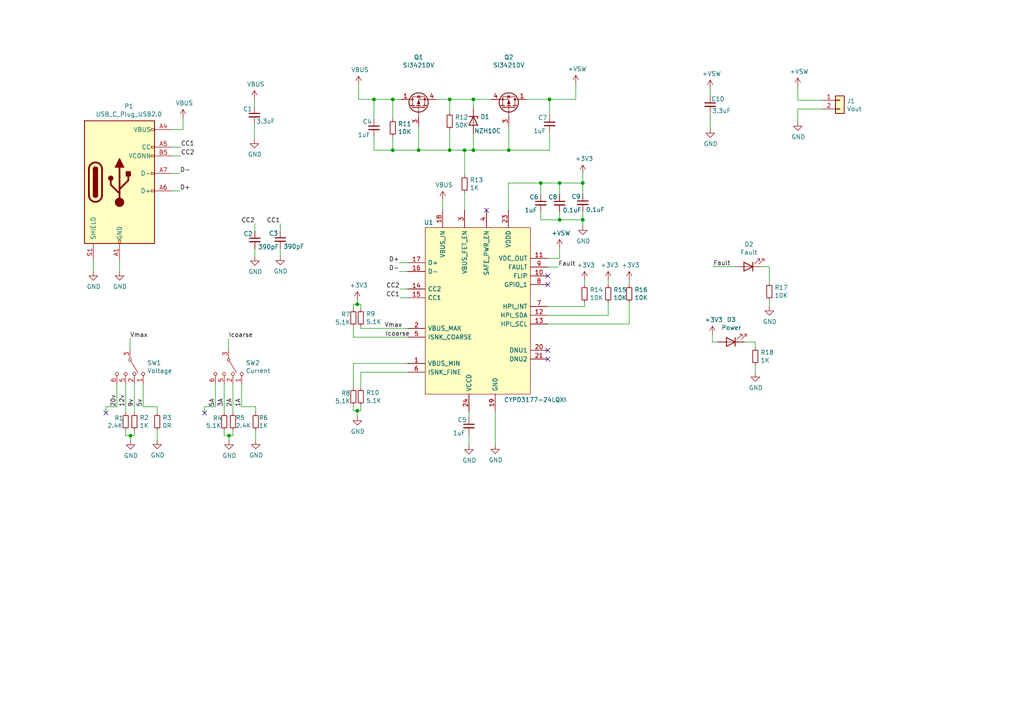
<source format=kicad_sch>
(kicad_sch (version 20230121) (generator eeschema)
  (paper "A4")
  (title_block (title "CatSink PD") (date "2020-10-24") (rev "v1.0") (company "Electronic Cats") (comment 1 "Eduardo Contreras"))
  (lib_symbols
    (symbol "CatSink-rescue:+3.3V-power" (power) (pin_names (offset 0))
      (property "Value" "+3.3V-power" (at 0 3.556 0))
      (symbol "+3.3V-power_0_1"
        (polyline (pts (xy -0.762 1.27) (xy 0 2.54)))
        (polyline (pts (xy 0 0) (xy 0 2.54)))
        (polyline (pts (xy 0 2.54) (xy 0.762 1.27)))
      )
      (symbol "+3.3V-power_1_1"
        (pin power_in line (at 0 0 90) (length 0) hide (name "+3V3") (number "1"))
      )
    )
    (symbol "CatSink-rescue:USB_C_Plug_USB2.0-Connector" (pin_names (offset 1.016))
      (property "Reference" "P" (at -10.16 19.05 0))
      (property "Value" "USB_C_Plug_USB2.0-Connector" (at 12.7 19.05 0))
      (symbol "USB_C_Plug_USB2.0-Connector_0_0"
        (rectangle (start -0.254 -17.78) (end 0.254 -16.764))
        (rectangle (start 10.16 -2.286) (end 9.144 -2.794))
        (rectangle (start 10.16 2.794) (end 9.144 2.286))
        (rectangle (start 10.16 7.874) (end 9.144 7.366))
        (rectangle (start 10.16 10.414) (end 9.144 9.906))
        (rectangle (start 10.16 15.494) (end 9.144 14.986))
      )
      (symbol "USB_C_Plug_USB2.0-Connector_0_1"
        (rectangle (start -10.16 17.78) (end 10.16 -17.78) (stroke (width 0.254)) (fill (type background)))
        (arc (start -8.89 -3.81) (mid -6.985 -5.7067) (end -5.08 -3.81) (stroke (width 0.508)))
        (arc (start -7.62 -3.81) (mid -6.985 -4.4423) (end -6.35 -3.81) (stroke (width 0.254)))
        (arc (start -7.62 -3.81) (mid -6.985 -4.4423) (end -6.35 -3.81) (stroke (width 0.254)) (fill (type outline)))
        (rectangle (start -7.62 -3.81) (end -6.35 3.81) (stroke (width 0.254)) (fill (type outline)))
        (arc (start -6.35 3.81) (mid -6.985 4.4423) (end -7.62 3.81) (stroke (width 0.254)))
        (arc (start -6.35 3.81) (mid -6.985 4.4423) (end -7.62 3.81) (stroke (width 0.254)) (fill (type outline)))
        (arc (start -5.08 3.81) (mid -6.985 5.7067) (end -8.89 3.81) (stroke (width 0.508)))
        (circle (center -2.54 1.143) (radius 0.635) (stroke (width 0.254)) (fill (type outline)))
        (circle (center 0 -5.842) (radius 1.27) (fill (type outline)))
        (polyline (pts (xy -8.89 -3.81) (xy -8.89 3.81)) (stroke (width 0.508)))
        (polyline (pts (xy -5.08 3.81) (xy -5.08 -3.81)) (stroke (width 0.508)))
        (polyline (pts (xy 0 -5.842) (xy 0 4.318)) (stroke (width 0.508)))
        (polyline (pts (xy 0 -3.302) (xy -2.54 -0.762) (xy -2.54 0.508)) (stroke (width 0.508)))
        (polyline (pts (xy 0 -2.032) (xy 2.54 0.508) (xy 2.54 1.778)) (stroke (width 0.508)))
        (polyline (pts (xy -1.27 4.318) (xy 0 6.858) (xy 1.27 4.318) (xy -1.27 4.318)) (stroke (width 0.254)) (fill (type outline)))
        (rectangle (start 1.905 1.778) (end 3.175 3.048) (stroke (width 0.254)) (fill (type outline)))
      )
      (symbol "USB_C_Plug_USB2.0-Connector_1_1"
        (pin power_in line (at 0 -22.86 90) (length 5.08) (name "GND") (number "A1"))
        (pin passive line (at 0 -22.86 90) (length 5.08) hide (name "GND") (number "A12"))
        (pin power_in line (at 15.24 15.24 180) (length 5.08) (name "VBUS") (number "A4"))
        (pin bidirectional line (at 15.24 10.16 180) (length 5.08) (name "CC") (number "A5"))
        (pin bidirectional line (at 15.24 -2.54 180) (length 5.08) (name "D+") (number "A6"))
        (pin bidirectional line (at 15.24 2.54 180) (length 5.08) (name "D-") (number "A7"))
        (pin passive line (at 15.24 15.24 180) (length 5.08) hide (name "VBUS") (number "A9"))
        (pin passive line (at 0 -22.86 90) (length 5.08) hide (name "GND") (number "B1"))
        (pin passive line (at 0 -22.86 90) (length 5.08) hide (name "GND") (number "B12"))
        (pin passive line (at 15.24 15.24 180) (length 5.08) hide (name "VBUS") (number "B4"))
        (pin bidirectional line (at 15.24 7.62 180) (length 5.08) (name "VCONN") (number "B5"))
        (pin passive line (at 15.24 15.24 180) (length 5.08) hide (name "VBUS") (number "B9"))
        (pin passive line (at -7.62 -22.86 90) (length 5.08) (name "SHIELD") (number "S1"))
      )
    )
    (symbol "Connector_Generic:Conn_01x02" (pin_names (offset 1.016) hide)
      (property "Reference" "J" (at 0 2.54 0))
      (property "Value" "Conn_01x02" (at 0 -5.08 0))
      (symbol "Conn_01x02_1_1"
        (rectangle (start -1.27 -2.413) (end 0 -2.667) (stroke (width 0.1524)))
        (rectangle (start -1.27 0.127) (end 0 -0.127) (stroke (width 0.1524)))
        (rectangle (start -1.27 1.27) (end 1.27 -3.81) (stroke (width 0.254)) (fill (type background)))
        (pin passive line (at -5.08 0 0) (length 3.81) (name "Pin_1") (number "1"))
        (pin passive line (at -5.08 -2.54 0) (length 3.81) (name "Pin_2") (number "2"))
      )
    )
    (symbol "Device:C_Small" (pin_numbers hide) (pin_names (offset 0.254) hide)
      (property "Reference" "C" (at 0.254 1.778 0))
      (property "Value" "C_Small" (at 0.254 -2.032 0))
      (symbol "C_Small_0_1"
        (polyline (pts (xy -1.524 -0.508) (xy 1.524 -0.508)) (stroke (width 0.3302)))
        (polyline (pts (xy -1.524 0.508) (xy 1.524 0.508)) (stroke (width 0.3048)))
      )
      (symbol "C_Small_1_1"
        (pin passive line (at 0 2.54 270) (length 2.032) (name "~") (number "1"))
        (pin passive line (at 0 -2.54 90) (length 2.032) (name "~") (number "2"))
      )
    )
    (symbol "Device:D_Zener" (pin_numbers hide) (pin_names (offset 1.016) hide)
      (property "Reference" "D" (at 0 2.54 0))
      (property "Value" "D_Zener" (at 0 -2.54 0))
      (symbol "D_Zener_0_1"
        (polyline (pts (xy 1.27 0) (xy -1.27 0)))
        (polyline (pts (xy -1.27 -1.27) (xy -1.27 1.27) (xy -0.762 1.27)) (stroke (width 0.254)))
        (polyline (pts (xy 1.27 -1.27) (xy 1.27 1.27) (xy -1.27 0) (xy 1.27 -1.27)) (stroke (width 0.254)))
      )
      (symbol "D_Zener_1_1"
        (pin passive line (at -3.81 0 0) (length 2.54) (name "K") (number "1"))
        (pin passive line (at 3.81 0 180) (length 2.54) (name "A") (number "2"))
      )
    )
    (symbol "Device:LED" (pin_numbers hide) (pin_names (offset 1.016) hide)
      (property "Reference" "D" (at 0 2.54 0))
      (property "Value" "LED" (at 0 -2.54 0))
      (symbol "LED_0_1"
        (polyline (pts (xy -1.27 -1.27) (xy -1.27 1.27)) (stroke (width 0.254)))
        (polyline (pts (xy -1.27 0) (xy 1.27 0)))
        (polyline (pts (xy 1.27 -1.27) (xy 1.27 1.27) (xy -1.27 0) (xy 1.27 -1.27)) (stroke (width 0.254)))
        (polyline (pts (xy -3.048 -0.762) (xy -4.572 -2.286) (xy -3.81 -2.286) (xy -4.572 -2.286) (xy -4.572 -1.524)))
        (polyline (pts (xy -1.778 -0.762) (xy -3.302 -2.286) (xy -2.54 -2.286) (xy -3.302 -2.286) (xy -3.302 -1.524)))
      )
      (symbol "LED_1_1"
        (pin passive line (at -3.81 0 0) (length 2.54) (name "K") (number "1"))
        (pin passive line (at 3.81 0 180) (length 2.54) (name "A") (number "2"))
      )
    )
    (symbol "Device:R_Small" (pin_numbers hide) (pin_names (offset 0.254) hide)
      (property "Reference" "R" (at 0.762 0.508 0))
      (property "Value" "R_Small" (at 0.762 -1.016 0))
      (symbol "R_Small_0_1"
        (rectangle (start -0.762 1.778) (end 0.762 -1.778) (stroke (width 0.2032)))
      )
      (symbol "R_Small_1_1"
        (pin passive line (at 0 2.54 270) (length 0.762) (name "~") (number "1"))
        (pin passive line (at 0 -2.54 90) (length 0.762) (name "~") (number "2"))
      )
    )
    (symbol "catSink:CYPD3177-24LQXI" (pin_names (offset 0.762))
      (property "Reference" "U" (at 36.83 17.78 0))
      (property "Value" "CYPD3177-24LQXI" (at 36.83 15.24 0))
      (symbol "CYPD3177-24LQXI_0_0"
        (pin passive line (at 0 -26.67 0) (length 5.08) (name "VBUS_MIN") (number "1"))
        (pin passive line (at 40.64 -1.27 180) (length 5.08) (name "FLIP") (number "10"))
        (pin passive line (at 40.64 3.81 180) (length 5.08) (name "VDC_OUT") (number "11"))
        (pin passive line (at 40.64 -12.7 180) (length 5.08) (name "HPI_SDA") (number "12"))
        (pin passive line (at 40.64 -15.24 180) (length 5.08) (name "HPI_SCL") (number "13"))
        (pin passive line (at 0 -5.08 0) (length 5.08) (name "CC2") (number "14"))
        (pin passive line (at 0 -7.62 0) (length 5.08) (name "CC1") (number "15"))
        (pin passive line (at 0 0 0) (length 5.08) (name "D-") (number "16"))
        (pin passive line (at 0 2.54 0) (length 5.08) (name "D+") (number "17"))
        (pin passive line (at 10.16 17.78 270) (length 5.08) (name "VBUS_IN") (number "18"))
        (pin passive line (at 25.4 -40.64 90) (length 5.08) (name "GND") (number "19"))
        (pin passive line (at 0 -16.51 0) (length 5.08) (name "VBUS_MAX") (number "2"))
        (pin passive line (at 40.64 -22.86 180) (length 5.08) (name "DNU1") (number "20"))
        (pin passive line (at 40.64 -25.4 180) (length 5.08) (name "DNU2") (number "21"))
        (pin passive line (at 25.4 -40.64 90) (length 5.08) hide (name "GND_2") (number "22"))
        (pin passive line (at 29.21 17.78 270) (length 5.08) (name "VDDD") (number "23"))
        (pin passive line (at 17.78 -40.64 90) (length 5.08) (name "VCCD") (number "24"))
        (pin passive line (at 25.4 -40.64 90) (length 5.08) hide (name "EP") (number "25"))
        (pin passive line (at 16.51 17.78 270) (length 5.08) (name "VBUS_FET_EN") (number "3"))
        (pin passive line (at 22.86 17.78 270) (length 5.08) (name "SAFE_PWR_EN") (number "4"))
        (pin passive line (at 0 -19.05 0) (length 5.08) (name "ISNK_COARSE") (number "5"))
        (pin passive line (at 0 -29.21 0) (length 5.08) (name "ISNK_FINE") (number "6"))
        (pin passive line (at 40.64 -10.16 180) (length 5.08) (name "HPI_INT") (number "7"))
        (pin passive line (at 40.64 -3.81 180) (length 5.08) (name "GPIO_1") (number "8"))
        (pin passive line (at 40.64 1.27 180) (length 5.08) (name "FAULT") (number "9"))
      )
      (symbol "CYPD3177-24LQXI_0_1"
        (rectangle (start 5.08 12.7) (end 35.56 -35.56) (stroke (width 0.1524)) (fill (type background)))
      )
    )
    (symbol "catSink:SI3421DV" (pin_names (offset 0) hide)
      (property "Reference" "Q" (at 2.54 7.62 0))
      (property "Value" "SI3421DV" (at 1.27 2.54 0))
      (symbol "SI3421DV_0_1"
        (circle (center -1.778 0) (radius 0.254) (fill (type outline)))
        (circle (center 0 -0.889) (radius 2.794) (stroke (width 0.254)))
        (polyline (pts (xy -2.54 0) (xy -1.778 0)))
        (polyline (pts (xy -2.286 -1.778) (xy -1.27 -1.778)) (stroke (width 0.254)))
        (polyline (pts (xy -1.905 -2.286) (xy 1.905 -2.286)) (stroke (width 0.254)))
        (polyline (pts (xy -0.508 -1.778) (xy 0.508 -1.778)) (stroke (width 0.254)))
        (polyline (pts (xy 0 -2.286) (xy 0 -5.08)))
        (polyline (pts (xy 1.27 -1.778) (xy 2.286 -1.778)) (stroke (width 0.254)))
        (polyline (pts (xy 2.54 0) (xy 0 0) (xy 0 -1.778)))
        (polyline (pts (xy -1.778 -1.778) (xy -1.778 0.762) (xy 1.778 0.762) (xy 1.778 -1.778)))
        (polyline (pts (xy 0 -0.254) (xy -0.381 -1.27) (xy 0.381 -1.27) (xy 0 -0.254)) (fill (type outline)))
        (polyline (pts (xy 0.381 0.762) (xy -0.254 0.381) (xy -0.254 1.143) (xy 0.381 0.762)))
        (polyline (pts (xy 0.508 0.254) (xy 0.381 0.381) (xy 0.381 1.143) (xy 0.254 1.27)))
        (circle (center 1.778 0) (radius 0.254) (fill (type outline)))
      )
      (symbol "SI3421DV_1_1"
        (pin passive line (at -5.08 0 0) (length 2.54) (name "D") (number "1"))
        (pin passive line (at -5.08 0 0) (length 2.54) hide (name "D1") (number "2"))
        (pin input line (at 0 -7.62 90) (length 2.54) (name "G") (number "3"))
        (pin passive line (at 5.08 0 180) (length 2.54) (name "S") (number "4"))
        (pin passive line (at -5.08 0 0) (length 2.54) hide (name "D2") (number "5"))
        (pin passive line (at -5.08 0 0) (length 2.54) hide (name "D3") (number "6"))
      )
    )
    (symbol "catSink:SW_SP4T" (pin_names (offset 0) hide)
      (property "Reference" "SW" (at 0 5.08 0))
      (property "Value" "SW_SP4T" (at -8.89 -5.08 0))
      (symbol "SW_SP4T_0_0"
        (pin passive line (at -5.08 0 0) (length 2.54) hide (name "4") (number "4"))
        (pin passive line (at 5.08 -3.81 180) (length 2.54) (name "6") (number "6"))
      )
      (symbol "SW_SP4T_0_1"
        (circle (center -2.032 0) (radius 0.381) (stroke (width 0.1524)))
        (polyline (pts (xy -1.651 0.254) (xy 1.651 2.286)))
        (circle (center 2.032 -3.81) (radius 0.4572))
        (circle (center 2.032 -1.27) (radius 0.4572))
        (circle (center 2.032 1.27) (radius 0.4572))
        (circle (center 2.032 3.81) (radius 0.4572))
      )
      (symbol "SW_SP4T_1_1"
        (pin passive line (at 5.08 3.81 180) (length 2.54) (name "1") (number "1"))
        (pin passive line (at 5.08 1.27 180) (length 2.54) (name "2") (number "2"))
        (pin passive line (at -5.08 0 0) (length 2.54) (name "3") (number "3"))
        (pin passive line (at 5.08 -1.27 180) (length 2.54) (name "5") (number "5"))
      )
    )
    (symbol "power:+VSW" (power) (pin_names (offset 0))
      (property "Value" "+VSW" (at 0 3.556 0))
      (symbol "+VSW_0_1"
        (polyline (pts (xy -0.762 1.27) (xy 0 2.54)))
        (polyline (pts (xy 0 0) (xy 0 2.54)))
        (polyline (pts (xy 0 2.54) (xy 0.762 1.27)))
      )
      (symbol "+VSW_1_1"
        (pin power_in line (at 0 0 90) (length 0) hide (name "+VSW") (number "1"))
      )
    )
    (symbol "power:GND" (power) (pin_names (offset 0))
      (property "Value" "GND" (at 0 -3.81 0))
      (symbol "GND_0_1"
        (polyline (pts (xy 0 0) (xy 0 -1.27) (xy 1.27 -1.27) (xy 0 -2.54) (xy -1.27 -1.27) (xy 0 -1.27)))
      )
      (symbol "GND_1_1"
        (pin power_in line (at 0 0 270) (length 0) hide (name "GND") (number "1"))
      )
    )
    (symbol "power:VBUS" (power) (pin_names (offset 0))
      (property "Value" "VBUS" (at 0 3.81 0))
      (symbol "VBUS_0_1"
        (polyline (pts (xy -0.762 1.27) (xy 0 2.54)))
        (polyline (pts (xy 0 0) (xy 0 2.54)))
        (polyline (pts (xy 0 2.54) (xy 0.762 1.27)))
      )
      (symbol "VBUS_1_1"
        (pin power_in line (at 0 0 90) (length 0) hide (name "VBUS") (number "1"))
      )
    )
  )
  (junction (at 37.846 126.365))
  (junction (at 113.919 43.561))
  (junction (at 108.458 28.829))
  (junction (at 162.306 53.086))
  (junction (at 66.421 126.365))
  (junction (at 130.429 28.829))
  (junction (at 147.574 43.561))
  (junction (at 113.919 28.829))
  (junction (at 134.747 43.561))
  (junction (at 137.287 28.829))
  (junction (at 169.037 53.086))
  (junction (at 121.412 43.561))
  (junction (at 162.306 63.754))
  (junction (at 169.037 63.754))
  (junction (at 159.385 28.829))
  (junction (at 103.632 88.265))
  (junction (at 137.287 43.561))
  (junction (at 103.632 119.126))
  (junction (at 130.429 43.561))
  (junction (at 156.845 53.086))
  (no_connect (at 158.877 82.55))
  (no_connect (at 158.877 80.01))
  (no_connect (at 141.097 60.96))
  (no_connect (at 158.877 104.14))
  (no_connect (at 59.309 119.761))
  (no_connect (at 30.734 119.761))
  (no_connect (at 158.877 101.6))
  (wire (pts (xy 53.086 37.592) (xy 49.911 37.592)))
  (wire (pts (xy 103.632 87.122) (xy 103.632 88.265)))
  (wire (pts (xy 37.846 126.365) (xy 36.449 126.365)))
  (wire (pts (xy 169.037 65.532) (xy 169.037 63.754)))
  (wire (pts (xy 108.458 28.829) (xy 113.919 28.829)))
  (wire (pts (xy 102.489 119.126) (xy 103.632 119.126)))
  (wire (pts (xy 108.458 43.561) (xy 113.919 43.561)))
  (wire (pts (xy 156.845 56.388) (xy 156.845 53.086)))
  (wire (pts (xy 45.593 127.635) (xy 45.593 124.841)))
  (wire (pts (xy 59.309 117.983) (xy 62.484 117.983)))
  (wire (pts (xy 182.499 81.28) (xy 182.499 82.677)))
  (wire (pts (xy 158.877 88.9) (xy 169.545 88.9)))
  (wire (pts (xy 52.451 42.672) (xy 49.911 42.672)))
  (wire (pts (xy 104.648 88.265) (xy 103.632 88.265)))
  (wire (pts (xy 137.287 43.561) (xy 147.574 43.561)))
  (wire (pts (xy 126.492 28.829) (xy 130.429 28.829)))
  (wire (pts (xy 53.086 34.29) (xy 53.086 37.592)))
  (wire (pts (xy 161.925 77.47) (xy 158.877 77.47)))
  (wire (pts (xy 223.139 82.042) (xy 223.139 77.343)))
  (wire (pts (xy 121.412 36.449) (xy 121.412 43.561)))
  (wire (pts (xy 169.545 88.9) (xy 169.545 87.757)))
  (wire (pts (xy 108.458 34.544) (xy 108.458 28.829)))
  (wire (pts (xy 113.919 34.544) (xy 113.919 28.829)))
  (wire (pts (xy 73.914 64.897) (xy 73.914 67.056)))
  (wire (pts (xy 176.403 91.44) (xy 176.403 87.757)))
  (wire (pts (xy 159.385 38.481) (xy 159.385 43.561)))
  (wire (pts (xy 162.306 63.754) (xy 169.037 63.754)))
  (wire (pts (xy 103.632 120.777) (xy 103.632 119.126)))
  (wire (pts (xy 113.919 28.829) (xy 116.332 28.829)))
  (wire (pts (xy 130.429 43.561) (xy 134.747 43.561)))
  (wire (pts (xy 143.637 119.38) (xy 143.637 129.032)))
  (wire (pts (xy 130.429 32.639) (xy 130.429 28.829)))
  (wire (pts (xy 73.914 74.422) (xy 73.914 72.136)))
  (wire (pts (xy 219.075 99.187) (xy 219.075 100.838)))
  (wire (pts (xy 159.385 43.561) (xy 147.574 43.561)))
  (wire (pts (xy 147.447 53.086) (xy 156.845 53.086)))
  (wire (pts (xy 137.287 31.242) (xy 137.287 28.829)))
  (wire (pts (xy 167.005 24.384) (xy 167.005 28.829)))
  (wire (pts (xy 219.075 105.918) (xy 219.075 108.077)))
  (wire (pts (xy 37.846 127.762) (xy 37.846 126.365)))
  (wire (pts (xy 104.648 119.126) (xy 104.648 117.602)))
  (wire (pts (xy 128.397 58.039) (xy 128.397 60.96)))
  (wire (pts (xy 162.306 74.93) (xy 162.306 72.009)))
  (wire (pts (xy 62.484 117.983) (xy 62.484 111.506)))
  (wire (pts (xy 108.458 39.624) (xy 108.458 43.561)))
  (wire (pts (xy 152.654 28.829) (xy 159.385 28.829)))
  (wire (pts (xy 169.037 63.754) (xy 169.037 61.341)))
  (wire (pts (xy 215.773 99.187) (xy 219.075 99.187)))
  (wire (pts (xy 206.629 99.187) (xy 206.629 97.155)))
  (wire (pts (xy 65.024 126.365) (xy 65.024 124.841)))
  (wire (pts (xy 159.385 33.401) (xy 159.385 28.829)))
  (wire (pts (xy 38.989 126.365) (xy 38.989 124.841)))
  (wire (pts (xy 102.489 117.602) (xy 102.489 119.126)))
  (wire (pts (xy 67.564 119.761) (xy 67.564 111.506)))
  (wire (pts (xy 162.306 56.388) (xy 162.306 53.086)))
  (wire (pts (xy 118.237 86.36) (xy 115.951 86.36)))
  (wire (pts (xy 115.824 78.74) (xy 118.237 78.74)))
  (wire (pts (xy 182.499 93.98) (xy 158.877 93.98)))
  (wire (pts (xy 38.989 119.761) (xy 38.989 111.506)))
  (wire (pts (xy 130.429 37.719) (xy 130.429 43.561)))
  (wire (pts (xy 66.421 126.365) (xy 67.564 126.365)))
  (wire (pts (xy 156.845 63.754) (xy 162.306 63.754)))
  (wire (pts (xy 27.051 78.74) (xy 27.051 75.692)))
  (wire (pts (xy 102.489 88.265) (xy 102.489 89.662)))
  (wire (pts (xy 115.951 83.82) (xy 118.237 83.82)))
  (wire (pts (xy 118.237 95.25) (xy 104.648 95.25)))
  (wire (pts (xy 70.104 111.506) (xy 70.104 117.983)))
  (wire (pts (xy 104.013 28.829) (xy 104.013 24.638)))
  (wire (pts (xy 231.394 29.083) (xy 231.394 25.146)))
  (wire (pts (xy 113.919 39.624) (xy 113.919 43.561)))
  (wire (pts (xy 118.237 76.2) (xy 115.824 76.2)))
  (wire (pts (xy 182.499 87.757) (xy 182.499 93.98)))
  (wire (pts (xy 59.309 119.761) (xy 59.309 117.983)))
  (wire (pts (xy 37.719 98.171) (xy 37.719 101.346)))
  (wire (pts (xy 205.994 25.781) (xy 205.994 27.813)))
  (wire (pts (xy 147.574 43.561) (xy 147.574 36.449)))
  (wire (pts (xy 169.037 50.419) (xy 169.037 53.086)))
  (wire (pts (xy 81.28 74.295) (xy 81.28 72.009)))
  (wire (pts (xy 223.139 77.343) (xy 220.853 77.343)))
  (wire (pts (xy 104.648 89.662) (xy 104.648 88.265)))
  (wire (pts (xy 205.994 32.893) (xy 205.994 37.338)))
  (wire (pts (xy 118.237 97.79) (xy 102.489 97.79)))
  (wire (pts (xy 104.648 95.25) (xy 104.648 94.742)))
  (wire (pts (xy 206.883 77.343) (xy 213.233 77.343)))
  (wire (pts (xy 45.593 117.983) (xy 41.529 117.983)))
  (wire (pts (xy 104.648 112.522) (xy 104.648 107.95)))
  (wire (pts (xy 136.017 121.031) (xy 136.017 119.38)))
  (wire (pts (xy 156.845 61.468) (xy 156.845 63.754)))
  (wire (pts (xy 73.787 28.829) (xy 73.787 30.861)))
  (wire (pts (xy 169.037 53.086) (xy 169.037 56.261)))
  (wire (pts (xy 66.421 126.365) (xy 65.024 126.365)))
  (wire (pts (xy 118.237 105.41) (xy 102.489 105.41)))
  (wire (pts (xy 231.394 31.623) (xy 238.506 31.623)))
  (wire (pts (xy 41.529 111.506) (xy 41.529 117.983)))
  (wire (pts (xy 238.506 29.083) (xy 231.394 29.083)))
  (wire (pts (xy 30.734 117.983) (xy 33.909 117.983)))
  (wire (pts (xy 137.287 28.829) (xy 142.494 28.829)))
  (wire (pts (xy 208.153 99.187) (xy 206.629 99.187)))
  (wire (pts (xy 162.306 53.086) (xy 169.037 53.086)))
  (wire (pts (xy 36.449 119.761) (xy 36.449 111.506)))
  (wire (pts (xy 137.287 38.862) (xy 137.287 43.561)))
  (wire (pts (xy 156.845 53.086) (xy 162.306 53.086)))
  (wire (pts (xy 104.013 28.829) (xy 108.458 28.829)))
  (wire (pts (xy 158.877 91.44) (xy 176.403 91.44)))
  (wire (pts (xy 104.648 107.95) (xy 118.237 107.95)))
  (wire (pts (xy 169.545 81.28) (xy 169.545 82.677)))
  (wire (pts (xy 134.747 43.561) (xy 137.287 43.561)))
  (wire (pts (xy 121.412 43.561) (xy 130.429 43.561)))
  (wire (pts (xy 45.593 119.761) (xy 45.593 117.983)))
  (wire (pts (xy 158.877 74.93) (xy 162.306 74.93)))
  (wire (pts (xy 134.747 43.561) (xy 134.747 50.8)))
  (wire (pts (xy 33.909 117.983) (xy 33.909 111.506)))
  (wire (pts (xy 231.394 35.306) (xy 231.394 31.623)))
  (wire (pts (xy 37.846 126.365) (xy 38.989 126.365)))
  (wire (pts (xy 67.564 126.365) (xy 67.564 124.841)))
  (wire (pts (xy 81.28 64.897) (xy 81.28 66.929)))
  (wire (pts (xy 52.197 55.372) (xy 49.911 55.372)))
  (wire (pts (xy 130.429 28.829) (xy 137.287 28.829)))
  (wire (pts (xy 102.489 97.79) (xy 102.489 94.742)))
  (wire (pts (xy 223.139 87.122) (xy 223.139 88.9)))
  (wire (pts (xy 159.385 28.829) (xy 167.005 28.829)))
  (wire (pts (xy 66.421 127.762) (xy 66.421 126.365)))
  (wire (pts (xy 74.168 127.635) (xy 74.168 124.841)))
  (wire (pts (xy 52.197 50.292) (xy 49.911 50.292)))
  (wire (pts (xy 73.787 35.941) (xy 73.787 40.386)))
  (wire (pts (xy 103.632 119.126) (xy 104.648 119.126)))
  (wire (pts (xy 134.747 55.88) (xy 134.747 60.96)))
  (wire (pts (xy 34.671 78.74) (xy 34.671 75.692)))
  (wire (pts (xy 147.447 60.96) (xy 147.447 53.086)))
  (wire (pts (xy 66.294 101.346) (xy 66.294 98.171)))
  (wire (pts (xy 36.449 126.365) (xy 36.449 124.841)))
  (wire (pts (xy 136.017 129.159) (xy 136.017 126.111)))
  (wire (pts (xy 113.919 43.561) (xy 121.412 43.561)))
  (wire (pts (xy 162.306 61.468) (xy 162.306 63.754)))
  (wire (pts (xy 30.734 119.761) (xy 30.734 117.983)))
  (wire (pts (xy 65.024 119.761) (xy 65.024 111.506)))
  (wire (pts (xy 103.632 88.265) (xy 102.489 88.265)))
  (wire (pts (xy 102.489 105.41) (xy 102.489 112.522)))
  (wire (pts (xy 176.403 81.28) (xy 176.403 82.677)))
  (wire (pts (xy 74.168 117.983) (xy 70.104 117.983)))
  (wire (pts (xy 74.168 119.761) (xy 74.168 117.983)))
  (wire (pts (xy 49.911 45.212) (xy 52.451 45.212)))
  (label "CC1" (at 52.451 42.672 0))
  (label "D+" (at 52.197 55.372 0))
  (label "2A" (at 67.564 117.983 90))
  (label "Vmax" (at 37.719 98.171 0))
  (label "12v" (at 36.449 117.983 90))
  (label "D-" (at 115.824 78.74 180))
  (label "D-" (at 52.197 50.292 0))
  (label "CC2" (at 52.451 45.212 0))
  (label "9v" (at 38.989 117.983 90))
  (label "CC2" (at 73.914 64.897 180))
  (label "Vmax" (at 111.506 95.25 0))
  (label "CC1" (at 115.951 86.36 180))
  (label "5v" (at 41.529 117.983 90))
  (label "Icoarse" (at 66.294 98.171 0))
  (label "CC2" (at 115.951 83.82 180))
  (label "Fault" (at 161.925 77.47 0))
  (label "CC1" (at 81.28 64.897 180))
  (label "Fault" (at 206.883 77.343 0))
  (label "5A" (at 62.484 117.983 90))
  (label "1A" (at 70.104 117.983 90))
  (label "Icoarse" (at 111.76 97.79 0))
  (label "20v" (at 33.909 117.983 90))
  (label "3A" (at 65.024 117.983 90))
  (label "D+" (at 115.824 76.2 180))
  (symbol (lib_id "catSink:CYPD3177-24LQXI") (at 118.237 78.74 0) (unit 1)
    (property "Reference" "U1" (at 122.936 64.516 0) (effects (justify left)))
    (property "Value" "CYPD3177-24LQXI" (at 146.177 115.951 0) (effects (justify left)))
    (property "Footprint" "Package_DFN_QFN:QFN-24-1EP_4x4mm_P0.5mm_EP2.7x2.7mm" (effects hide))
    (property "Datasheet" "https://www.cypress.com/file/460416/download" (effects hide))
    (property "manf#" "CYPD3177-24LQXQ" (effects hide))
  )
  (symbol (lib_id "catSink:SI3421DV") (at 121.412 28.829 0) (unit 1)
    (property "Reference" "Q1" (at 121.412 16.6116 0))
    (property "Value" "SI3421DV" (at 121.412 18.923 0))
    (property "Footprint" "Package_TO_SOT_SMD:SOT-23-6" (effects hide))
    (property "Datasheet" "https://www.mouser.mx/datasheet/2/427/si3421dv-1764435.pdf" (effects hide))
    (property "manf#" "SI3421DV-T1-GE3" (effects hide))
    (property "lcsc" "C144884" (effects hide))
  )
  (symbol (lib_id "catSink:SI3421DV") (at 147.574 28.829 0) (mirror y) (unit 1)
    (property "Reference" "Q2" (at 147.574 16.6116 0))
    (property "Value" "SI3421DV" (at 147.574 18.923 0))
    (property "Footprint" "Package_TO_SOT_SMD:SOT-23-6" (effects hide))
    (property "Datasheet" "https://www.mouser.mx/datasheet/2/427/si3421dv-1764435.pdf" (effects hide))
    (property "manf#" "SI3421DV-T1-GE3" (effects hide))
    (property "lcsc" "C144884" (effects hide))
  )
  (symbol (lib_id "CatSink-rescue:USB_C_Plug_USB2.0-Connector") (at 34.671 52.832 0) (unit 1)
    (property "Reference" "P1" (at 37.3888 30.8102 0))
    (property "Value" "USB_C_Plug_USB2.0" (at 37.3888 33.1216 0))
    (property "Footprint" "Connectors:C393939" (effects hide))
    (property "Datasheet" "https://www.usb.org/sites/default/files/documents/usb_type-c.zip" (effects hide))
    (property "lcsc" "C393939" (effects hide))
  )
  (symbol (lib_id "power:GND") (at 34.671 78.74 0) (unit 1)
    (property "Reference" "#PWR02" (effects hide))
    (property "Value" "GND" (at 34.798 83.1342 0))
  )
  (symbol (lib_id "power:GND") (at 27.051 78.74 0) (unit 1)
    (property "Reference" "#PWR01" (effects hide))
    (property "Value" "GND" (at 27.178 83.1342 0))
  )
  (symbol (lib_id "power:GND") (at 143.637 129.032 0) (unit 1)
    (property "Reference" "#PWR017" (effects hide))
    (property "Value" "GND" (at 143.764 133.4262 0))
  )
  (symbol (lib_id "Device:C_Small") (at 136.017 123.571 0) (unit 1)
    (property "Reference" "C5" (at 132.715 121.793 0) (effects (justify left)))
    (property "Value" "1uF" (at 131.318 125.603 0) (effects (justify left)))
    (property "Footprint" "Capacitor_SMD:C_0603_1608Metric" (effects hide))
    (property "lcsc" "C26413" (effects hide))
  )
  (symbol (lib_id "power:GND") (at 136.017 129.159 0) (unit 1)
    (property "Reference" "#PWR016" (effects hide))
    (property "Value" "GND" (at 136.144 133.5532 0))
  )
  (symbol (lib_id "Device:C_Small") (at 156.845 58.928 0) (unit 1)
    (property "Reference" "C6" (at 153.543 57.15 0) (effects (justify left)))
    (property "Value" "1uF" (at 152.146 60.96 0) (effects (justify left)))
    (property "Footprint" "Capacitor_SMD:C_0603_1608Metric" (effects hide))
    (property "lcsc" "C26413" (effects hide))
  )
  (symbol (lib_id "Device:C_Small") (at 162.306 58.928 0) (unit 1)
    (property "Reference" "C8" (at 159.004 57.15 0) (effects (justify left)))
    (property "Value" "0.1uF" (at 163.195 60.96 0) (effects (justify left)))
    (property "Footprint" "Capacitor_SMD:C_0603_1608Metric" (effects hide))
    (property "lcsc" "C235731" (effects hide))
  )
  (symbol (lib_id "Device:C_Small") (at 169.037 58.801 0) (unit 1)
    (property "Reference" "C9" (at 165.735 57.023 0) (effects (justify left)))
    (property "Value" "0.1uF" (at 169.926 60.833 0) (effects (justify left)))
    (property "Footprint" "Capacitor_SMD:C_0603_1608Metric" (effects hide))
    (property "lcsc" "C235731" (effects hide))
  )
  (symbol (lib_id "Device:R_Small") (at 134.747 53.34 0) (unit 1)
    (property "Reference" "R13" (at 136.2456 52.1716 0) (effects (justify left)))
    (property "Value" "1K" (at 136.2456 54.483 0) (effects (justify left)))
    (property "Footprint" "Resistor_SMD:R_0603_1608Metric" (effects hide))
    (property "lcsc" "C517454" (effects hide))
  )
  (symbol (lib_id "power:VBUS") (at 53.086 34.29 0) (unit 1)
    (property "Reference" "#PWR05" (effects hide))
    (property "Value" "VBUS" (at 53.467 29.8958 0))
  )
  (symbol (lib_id "power:VBUS") (at 104.013 24.638 0) (unit 1)
    (property "Reference" "#PWR014" (effects hide))
    (property "Value" "VBUS" (at 104.394 20.2438 0))
  )
  (symbol (lib_id "Device:C_Small") (at 81.28 69.469 0) (unit 1)
    (property "Reference" "C3" (at 77.978 67.691 0) (effects (justify left)))
    (property "Value" "390pF" (at 82.169 71.501 0) (effects (justify left)))
    (property "Footprint" "Capacitor_SMD:C_0603_1608Metric" (effects hide))
    (property "lcsc" "C376830" (effects hide))
  )
  (symbol (lib_id "Device:C_Small") (at 73.914 69.596 0) (unit 1)
    (property "Reference" "C2" (at 70.612 67.818 0) (effects (justify left)))
    (property "Value" "390pF" (at 74.803 71.628 0) (effects (justify left)))
    (property "Footprint" "Capacitor_SMD:C_0603_1608Metric" (effects hide))
    (property "lcsc" "C376830" (effects hide))
  )
  (symbol (lib_id "power:GND") (at 81.28 74.295 0) (unit 1)
    (property "Reference" "#PWR011" (effects hide))
    (property "Value" "GND" (at 81.407 78.6892 0))
  )
  (symbol (lib_id "power:GND") (at 73.914 74.422 0) (unit 1)
    (property "Reference" "#PWR09" (effects hide))
    (property "Value" "GND" (at 74.041 78.8162 0))
  )
  (symbol (lib_id "Device:R_Small") (at 219.075 103.378 0) (unit 1)
    (property "Reference" "R18" (at 220.5736 102.2096 0) (effects (justify left)))
    (property "Value" "1K" (at 220.5736 104.521 0) (effects (justify left)))
    (property "Footprint" "Resistor_SMD:R_0603_1608Metric" (effects hide))
    (property "lcsc" "C517454" (effects hide))
  )
  (symbol (lib_id "Device:LED") (at 211.963 99.187 180) (unit 1)
    (property "Reference" "D3" (at 212.1408 92.71 0))
    (property "Value" "Power" (at 212.1408 95.0214 0))
    (property "Footprint" "LED_SMD:LED_0603_1608Metric" (effects hide))
    (property "lcsc" "C118330" (effects hide))
  )
  (symbol (lib_id "Device:D_Zener") (at 137.287 35.052 270) (unit 1)
    (property "Reference" "D1" (at 139.2936 33.8836 90) (effects (justify left)))
    (property "Value" "NZH10C" (at 137.541 37.973 90) (effects (justify left)))
    (property "Footprint" "Diode_SMD:D_SOD-123F" (effects hide))
    (property "manf#" "NZH10C,115" (effects hide))
  )
  (symbol (lib_id "Device:R_Small") (at 130.429 35.179 0) (unit 1)
    (property "Reference" "R12" (at 131.9276 34.0106 0) (effects (justify left)))
    (property "Value" "50K" (at 131.9276 36.322 0) (effects (justify left)))
    (property "Footprint" "Resistor_SMD:R_0603_1608Metric" (effects hide))
    (property "lcsc" "C304067" (effects hide))
  )
  (symbol (lib_id "power:GND") (at 219.075 108.077 0) (unit 1)
    (property "Reference" "#PWR0101" (effects hide))
    (property "Value" "GND" (at 219.202 112.4712 0))
  )
  (symbol (lib_id "CatSink-rescue:+3.3V-power") (at 169.037 50.419 0) (unit 1)
    (property "Reference" "#PWR020" (effects hide))
    (property "Value" "+3.3V" (at 169.418 46.0248 0))
  )
  (symbol (lib_id "power:GND") (at 169.037 65.532 0) (unit 1)
    (property "Reference" "#PWR021" (effects hide))
    (property "Value" "GND" (at 169.164 69.9262 0))
  )
  (symbol (lib_id "power:+VSW") (at 162.306 72.009 0) (unit 1)
    (property "Reference" "#PWR018" (effects hide))
    (property "Value" "+VSW" (at 162.687 67.6148 0))
  )
  (symbol (lib_id "power:+VSW") (at 167.005 24.384 0) (unit 1)
    (property "Reference" "#PWR019" (effects hide))
    (property "Value" "+VSW" (at 167.386 19.9898 0))
  )
  (symbol (lib_id "CatSink-rescue:+3.3V-power") (at 206.629 97.155 0) (unit 1)
    (property "Reference" "#PWR0102" (effects hide))
    (property "Value" "+3.3V" (at 207.01 92.7608 0))
  )
  (symbol (lib_id "Device:R_Small") (at 113.919 37.084 0) (unit 1)
    (property "Reference" "R11" (at 115.4176 35.9156 0) (effects (justify left)))
    (property "Value" "10K" (at 115.4176 38.227 0) (effects (justify left)))
    (property "Footprint" "Resistor_SMD:R_0603_1608Metric" (effects hide))
    (property "lcsc" "C217281" (effects hide))
  )
  (symbol (lib_id "Device:C_Small") (at 108.458 37.084 0) (unit 1)
    (property "Reference" "C4" (at 105.156 35.306 0) (effects (justify left)))
    (property "Value" "1uF" (at 103.759 39.116 0) (effects (justify left)))
    (property "Footprint" "Capacitor_SMD:C_0603_1608Metric" (effects hide))
    (property "lcsc" "C26413" (effects hide))
  )
  (symbol (lib_id "Device:C_Small") (at 159.385 35.941 0) (unit 1)
    (property "Reference" "C7" (at 156.083 34.163 0) (effects (justify left)))
    (property "Value" "1uF" (at 154.686 37.973 0) (effects (justify left)))
    (property "Footprint" "Capacitor_SMD:C_0603_1608Metric" (effects hide))
    (property "lcsc" "C26413" (effects hide))
  )
  (symbol (lib_id "Connector_Generic:Conn_01x02") (at 243.586 29.083 0) (unit 1)
    (property "Reference" "J1" (at 245.618 29.2862 0) (effects (justify left)))
    (property "Value" "Vout" (at 245.618 31.5976 0) (effects (justify left)))
    (property "Footprint" "TerminalBlock:TerminalBlock_bornier-2_P5.08mm" (effects hide))
  )
  (symbol (lib_id "power:+VSW") (at 231.394 25.146 0) (unit 1)
    (property "Reference" "#PWR028" (effects hide))
    (property "Value" "+VSW" (at 231.775 20.7518 0))
  )
  (symbol (lib_id "power:GND") (at 231.394 35.306 0) (unit 1)
    (property "Reference" "#PWR029" (effects hide))
    (property "Value" "GND" (at 231.521 39.7002 0))
  )
  (symbol (lib_id "Device:R_Small") (at 104.648 92.202 0) (unit 1)
    (property "Reference" "R9" (at 106.1466 91.0336 0) (effects (justify left)))
    (property "Value" "5.1K" (at 106.1466 93.345 0) (effects (justify left)))
    (property "Footprint" "Resistor_SMD:R_0603_1608Metric" (effects hide))
    (property "lcsc" "C131715" (effects hide))
  )
  (symbol (lib_id "Device:R_Small") (at 102.489 92.202 0) (unit 1)
    (property "Reference" "R7" (at 98.933 91.186 0) (effects (justify left)))
    (property "Value" "5.1K" (at 97.155 93.472 0) (effects (justify left)))
    (property "Footprint" "Resistor_SMD:R_0603_1608Metric" (effects hide))
    (property "lcsc" "C131715" (effects hide))
  )
  (symbol (lib_id "Device:R_Small") (at 104.648 115.062 0) (unit 1)
    (property "Reference" "R10" (at 106.1466 113.8936 0) (effects (justify left)))
    (property "Value" "5.1K" (at 106.1466 116.205 0) (effects (justify left)))
    (property "Footprint" "Resistor_SMD:R_0603_1608Metric" (effects hide))
    (property "lcsc" "C131715" (effects hide))
  )
  (symbol (lib_id "Device:R_Small") (at 102.489 115.062 0) (unit 1)
    (property "Reference" "R8" (at 98.933 114.046 0) (effects (justify left)))
    (property "Value" "5.1K" (at 97.155 116.332 0) (effects (justify left)))
    (property "Footprint" "Resistor_SMD:R_0603_1608Metric" (effects hide))
    (property "lcsc" "C131715" (effects hide))
  )
  (symbol (lib_id "CatSink-rescue:+3.3V-power") (at 103.632 87.122 0) (unit 1)
    (property "Reference" "#PWR012" (effects hide))
    (property "Value" "+3.3V" (at 104.013 82.7278 0))
  )
  (symbol (lib_id "power:GND") (at 103.632 120.777 0) (unit 1)
    (property "Reference" "#PWR013" (effects hide))
    (property "Value" "GND" (at 103.759 125.1712 0))
  )
  (symbol (lib_id "Device:C_Small") (at 73.787 33.401 0) (unit 1)
    (property "Reference" "C1" (at 70.485 31.623 0) (effects (justify left)))
    (property "Value" "3.3uF" (at 74.295 35.179 0) (effects (justify left)))
    (property "Footprint" "Capacitor_SMD:C_1206_3216Metric" (effects hide))
    (property "lcsc" "C76663" (effects hide))
  )
  (symbol (lib_id "power:VBUS") (at 73.787 28.829 0) (unit 1)
    (property "Reference" "#PWR07" (effects hide))
    (property "Value" "VBUS" (at 74.168 24.4348 0))
  )
  (symbol (lib_id "power:GND") (at 73.787 40.386 0) (unit 1)
    (property "Reference" "#PWR08" (effects hide))
    (property "Value" "GND" (at 73.914 44.7802 0))
  )
  (symbol (lib_id "power:VBUS") (at 128.397 58.039 0) (unit 1)
    (property "Reference" "#PWR015" (effects hide))
    (property "Value" "VBUS" (at 128.778 53.6448 0))
  )
  (symbol (lib_id "Device:R_Small") (at 169.545 85.217 0) (unit 1)
    (property "Reference" "R14" (at 171.0436 84.0486 0) (effects (justify left)))
    (property "Value" "10K" (at 171.0436 86.36 0) (effects (justify left)))
    (property "Footprint" "Resistor_SMD:R_0603_1608Metric" (effects hide))
    (property "lcsc" "C217281" (effects hide))
  )
  (symbol (lib_id "Device:R_Small") (at 176.403 85.217 0) (unit 1)
    (property "Reference" "R15" (at 177.9016 84.0486 0) (effects (justify left)))
    (property "Value" "10K" (at 177.9016 86.36 0) (effects (justify left)))
    (property "Footprint" "Resistor_SMD:R_0603_1608Metric" (effects hide))
    (property "lcsc" "C217281" (effects hide))
  )
  (symbol (lib_id "Device:R_Small") (at 182.499 85.217 0) (unit 1)
    (property "Reference" "R16" (at 183.9976 84.0486 0) (effects (justify left)))
    (property "Value" "10K" (at 183.9976 86.36 0) (effects (justify left)))
    (property "Footprint" "Resistor_SMD:R_0603_1608Metric" (effects hide))
    (property "lcsc" "C217281" (effects hide))
  )
  (symbol (lib_id "CatSink-rescue:+3.3V-power") (at 169.545 81.28 0) (unit 1)
    (property "Reference" "#PWR022" (effects hide))
    (property "Value" "+3.3V" (at 169.926 76.8858 0))
  )
  (symbol (lib_id "CatSink-rescue:+3.3V-power") (at 176.403 81.28 0) (unit 1)
    (property "Reference" "#PWR023" (effects hide))
    (property "Value" "+3.3V" (at 176.784 76.8858 0))
  )
  (symbol (lib_id "CatSink-rescue:+3.3V-power") (at 182.499 81.28 0) (unit 1)
    (property "Reference" "#PWR024" (effects hide))
    (property "Value" "+3.3V" (at 182.88 76.8858 0))
  )
  (symbol (lib_id "Device:LED") (at 217.043 77.343 180) (unit 1)
    (property "Reference" "D2" (at 217.2208 70.866 0))
    (property "Value" "Fault" (at 217.2208 73.1774 0))
    (property "Footprint" "LED_SMD:LED_0603_1608Metric" (effects hide))
    (property "lcsc" "C138541" (effects hide))
  )
  (symbol (lib_id "Device:R_Small") (at 223.139 84.582 0) (unit 1)
    (property "Reference" "R17" (at 224.6376 83.4136 0) (effects (justify left)))
    (property "Value" "10K" (at 224.6376 85.725 0) (effects (justify left)))
    (property "Footprint" "Resistor_SMD:R_0603_1608Metric" (effects hide))
    (property "lcsc" "C217281" (effects hide))
  )
  (symbol (lib_id "power:GND") (at 223.139 88.9 0) (unit 1)
    (property "Reference" "#PWR027" (effects hide))
    (property "Value" "GND" (at 223.266 93.2942 0))
  )
  (symbol (lib_id "catSink:SW_SP4T") (at 37.719 106.426 270) (unit 1)
    (property "Reference" "SW1" (at 42.6974 105.2576 90) (effects (justify left)))
    (property "Value" "Voltage" (at 42.6974 107.569 90) (effects (justify left)))
    (property "Footprint" "CatSink:K3-1410S-E1" (effects hide))
    (property "lcsc" "C145846" (effects hide))
    (property "manf#" "K3-1410S-E1" (effects hide))
  )
  (symbol (lib_id "catSink:SW_SP4T") (at 66.294 106.426 270) (unit 1)
    (property "Reference" "SW2" (at 71.2724 105.2576 90) (effects (justify left)))
    (property "Value" "Current" (at 71.2724 107.569 90) (effects (justify left)))
    (property "Footprint" "CatSink:K3-1410S-E1" (effects hide))
    (property "lcsc" "C145846" (effects hide))
    (property "manf#" "K3-1410S-E1" (effects hide))
  )
  (symbol (lib_id "Device:R_Small") (at 45.593 122.301 0) (unit 1)
    (property "Reference" "R3" (at 47.0916 121.1326 0) (effects (justify left)))
    (property "Value" "0R" (at 47.0916 123.444 0) (effects (justify left)))
    (property "Footprint" "Resistor_SMD:R_0603_1608Metric" (effects hide))
    (property "manf#" "ERJ-3GEY0R00V" (effects hide))
  )
  (symbol (lib_id "Device:R_Small") (at 38.989 122.301 0) (unit 1)
    (property "Reference" "R2" (at 40.4876 121.1326 0) (effects (justify left)))
    (property "Value" "1K" (at 40.4876 123.444 0) (effects (justify left)))
    (property "Footprint" "Resistor_SMD:R_0603_1608Metric" (effects hide))
    (property "lcsc" "C517454" (effects hide))
  )
  (symbol (lib_id "Device:R_Small") (at 36.449 122.301 0) (unit 1)
    (property "Reference" "R1" (at 33.147 121.285 0) (effects (justify left)))
    (property "Value" "2.4K" (at 31.115 123.444 0) (effects (justify left)))
    (property "Footprint" "Resistor_SMD:R_0603_1608Metric" (effects hide))
    (property "lcsc" "C98728" (effects hide))
  )
  (symbol (lib_id "power:GND") (at 45.593 127.635 0) (unit 1)
    (property "Reference" "#PWR04" (effects hide))
    (property "Value" "GND" (at 45.72 132.0292 0))
  )
  (symbol (lib_id "power:GND") (at 37.846 127.762 0) (unit 1)
    (property "Reference" "#PWR03" (effects hide))
    (property "Value" "GND" (at 37.973 132.1562 0))
  )
  (symbol (lib_id "Device:R_Small") (at 74.168 122.301 0) (unit 1)
    (property "Reference" "R6" (at 75.057 121.158 0) (effects (justify left)))
    (property "Value" "1K" (at 75.057 123.444 0) (effects (justify left)))
    (property "Footprint" "Resistor_SMD:R_0603_1608Metric" (effects hide))
    (property "lcsc" "C517454" (effects hide))
  )
  (symbol (lib_id "Device:R_Small") (at 67.564 122.301 0) (unit 1)
    (property "Reference" "R5" (at 68.326 121.158 0) (effects (justify left)))
    (property "Value" "2.4K" (at 68.326 123.444 0) (effects (justify left)))
    (property "Footprint" "Resistor_SMD:R_0603_1608Metric" (effects hide))
    (property "lcsc" "C98728" (effects hide))
  )
  (symbol (lib_id "Device:R_Small") (at 65.024 122.301 0) (unit 1)
    (property "Reference" "R4" (at 61.722 121.285 0) (effects (justify left)))
    (property "Value" "5.1K" (at 59.69 123.444 0) (effects (justify left)))
    (property "Footprint" "Resistor_SMD:R_0603_1608Metric" (effects hide))
    (property "lcsc" "C131715" (effects hide))
  )
  (symbol (lib_id "power:GND") (at 74.168 127.635 0) (unit 1)
    (property "Reference" "#PWR010" (effects hide))
    (property "Value" "GND" (at 74.295 132.0292 0))
  )
  (symbol (lib_id "power:GND") (at 66.421 127.762 0) (unit 1)
    (property "Reference" "#PWR06" (effects hide))
    (property "Value" "GND" (at 66.548 132.1562 0))
  )
  (symbol (lib_id "Device:C_Small") (at 205.994 30.353 0) (unit 1)
    (property "Reference" "C10" (at 206.248 28.702 0) (effects (justify left)))
    (property "Value" "3.3uF" (at 206.502 32.131 0) (effects (justify left)))
    (property "Footprint" "Capacitor_SMD:C_1206_3216Metric" (effects hide))
    (property "lcsc" "C76663" (effects hide))
  )
  (symbol (lib_id "power:GND") (at 205.994 37.338 0) (unit 1)
    (property "Reference" "#PWR026" (effects hide))
    (property "Value" "GND" (at 206.121 41.7322 0))
  )
  (symbol (lib_id "power:+VSW") (at 205.994 25.781 0) (unit 1)
    (property "Reference" "#PWR025" (effects hide))
    (property "Value" "+VSW" (at 206.375 21.3868 0))
  )
)
</source>
